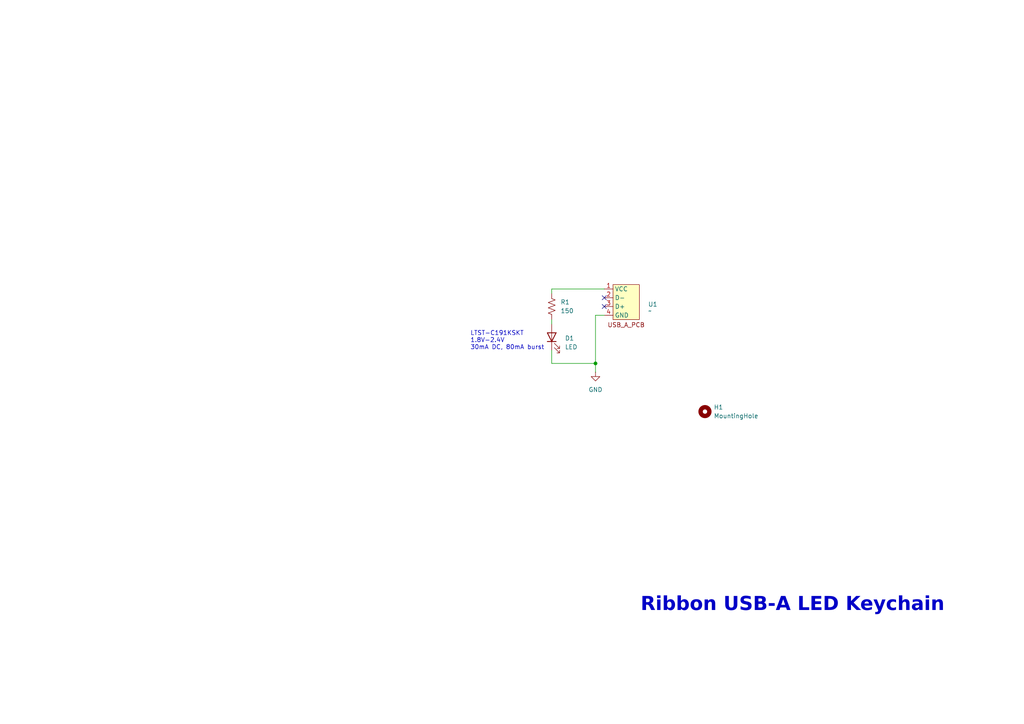
<source format=kicad_sch>
(kicad_sch (version 20250114) (generator "eeschema") (generator_version "9.0")
  (paper "A4")
  (title_block (title "Ribbon Keychain") (date "2025-06-14") (rev "v1.1"))
  (lib_symbols
    (symbol "Connector:USB_A_PCB"
      (property "Reference" "U" (at 0 6.35 0))
      (symbol "USB_A_PCB_1_0"
        (pin power_in line (at -6.35 3.81 0) (length 2.54) (name "VCC") (number "1"))
        (pin bidirectional line (at -6.35 1.27 0) (length 2.54) (name "D-") (number "2"))
        (pin bidirectional line (at -6.35 -1.27 0) (length 2.54) (name "D+") (number "3"))
        (pin output line (at -6.35 -3.81 0) (length 2.54) (name "GND") (number "4"))
      )
      (symbol "USB_A_PCB_1_1"
        (rectangle (start -3.81 5.08) (end 3.81 -5.08) (fill (type color) (color 255 255 194 1)))
        (text "USB_A_PCB" (at 0 -6.604 0) (effects (font (size 1.27 1.27))))
      )
    )
    (symbol "Device:LED" (pin_numbers (hide yes)) (pin_names (offset 1.016) (hide yes))
      (property "Reference" "D" (at 0 2.54 0))
      (property "Value" "LED" (at 0 -2.54 0))
      (symbol "LED_0_1"
        (polyline (pts (xy -3.048 -0.762) (xy -4.572 -2.286) (xy -3.81 -2.286) (xy -4.572 -2.286) (xy -4.572 -1.524)))
        (polyline (pts (xy -1.778 -0.762) (xy -3.302 -2.286) (xy -2.54 -2.286) (xy -3.302 -2.286) (xy -3.302 -1.524)))
        (polyline (pts (xy -1.27 0) (xy 1.27 0)))
        (polyline (pts (xy -1.27 -1.27) (xy -1.27 1.27)) (stroke (width 0.254)))
        (polyline (pts (xy 1.27 -1.27) (xy 1.27 1.27) (xy -1.27 0) (xy 1.27 -1.27)) (stroke (width 0.254)))
      )
      (symbol "LED_1_1"
        (pin passive line (at -3.81 0 0) (length 2.54) (name "K") (number "1"))
        (pin passive line (at 3.81 0 180) (length 2.54) (name "A") (number "2"))
      )
    )
    (symbol "Device:R_US" (pin_numbers (hide yes)) (pin_names (offset 0))
      (property "Reference" "R" (at 2.54 0 90))
      (property "Value" "R_US" (at -2.54 0 90))
      (symbol "R_US_0_1"
        (polyline (pts (xy 0 2.286) (xy 0 2.54)))
        (polyline (pts (xy 0 2.286) (xy 1.016 1.905) (xy 0 1.524) (xy -1.016 1.143) (xy 0 0.762)))
        (polyline (pts (xy 0 0.762) (xy 1.016 0.381) (xy 0 0) (xy -1.016 -0.381) (xy 0 -0.762)))
        (polyline (pts (xy 0 -0.762) (xy 1.016 -1.143) (xy 0 -1.524) (xy -1.016 -1.905) (xy 0 -2.286)))
        (polyline (pts (xy 0 -2.286) (xy 0 -2.54)))
      )
      (symbol "R_US_1_1"
        (pin passive line (at 0 3.81 270) (length 1.27) (name "~") (number "1"))
        (pin passive line (at 0 -3.81 90) (length 1.27) (name "~") (number "2"))
      )
    )
    (symbol "Mechanical:MountingHole" (pin_names (offset 1.016)) (in_bom no)
      (property "Reference" "H" (at 0 5.08 0))
      (property "Value" "MountingHole" (at 0 3.175 0))
      (symbol "MountingHole_0_1"
        (circle (center 0 0) (radius 1.27) (stroke (width 1.27)))
      )
    )
    (symbol "power:GND" (power) (pin_numbers (hide yes)) (pin_names (offset 0) (hide yes))
      (property "Value" "GND" (at 0 -3.81 0))
      (symbol "GND_0_1"
        (polyline (pts (xy 0 0) (xy 0 -1.27) (xy 1.27 -1.27) (xy 0 -2.54) (xy -1.27 -1.27) (xy 0 -1.27)))
      )
      (symbol "GND_1_1"
        (pin power_in line (at 0 0 270) (length 0) (name "~") (number "1"))
      )
    )
  )
  (text "LTST-C191KSKT \n1.8V-2.4V\n30mA DC, 80mA burst" (at 136.398 98.806 0) (effects (font (size 1.27 1.27)) (justify left)))
  (text "Ribbon USB-A LED Keychain" (at 229.87 176.53 0) (effects (font (size 4 4))))
  (junction (at 172.72 105.41))
  (no_connect (at 175.26 86.36))
  (no_connect (at 175.26 88.9))
  (wire (pts (xy 160.02 101.6) (xy 160.02 105.41)))
  (wire (pts (xy 160.02 105.41) (xy 172.72 105.41)))
  (wire (pts (xy 160.02 83.82) (xy 175.26 83.82)))
  (wire (pts (xy 172.72 105.41) (xy 172.72 107.95)))
  (wire (pts (xy 175.26 91.44) (xy 172.72 91.44)))
  (wire (pts (xy 160.02 92.71) (xy 160.02 93.98)))
  (wire (pts (xy 172.72 91.44) (xy 172.72 105.41)))
  (wire (pts (xy 160.02 83.82) (xy 160.02 85.09)))
  (symbol (lib_id "Device:LED") (at 160.02 97.79 90) (unit 1)
    (property "Reference" "D1" (at 163.83 98.1074 90) (effects (justify right)))
    (property "Value" "LED" (at 163.83 100.6474 90) (effects (justify right)))
    (property "Footprint" "LED_SMD:LED_0402_1005Metric_Pad0.77x0.64mm_HandSolder" (effects (hide yes)))
    (property "Description" "Light emitting diode" (effects (hide yes)))
    (property "Sim.Pins" "1=K 2=A" (effects (hide yes)))
  )
  (symbol (lib_id "Connector:USB_A_PCB") (at 181.61 87.63 0) (unit 1)
    (property "Reference" "U1" (at 187.96 88.2677 0) (effects (justify left)))
    (property "Value" "~" (at 187.96 90.1728 0) (effects (justify left)))
    (property "Footprint" "Connector_USB:USB_A_PCB" (effects (hide yes)))
  )
  (symbol (lib_id "Mechanical:MountingHole") (at 204.47 119.38 0) (unit 1) (in_bom no)
    (property "Reference" "H1" (at 207.01 118.1099 0) (effects (justify left)))
    (property "Value" "MountingHole" (at 207.01 120.6499 0) (effects (justify left)))
    (property "Footprint" "MountingHole:MountingHole_2.1mm" (effects (hide yes)))
    (property "Description" "Mounting Hole without connection" (effects (hide yes)))
  )
  (symbol (lib_id "power:GND") (at 172.72 107.95 0) (unit 1)
    (property "Reference" "#PWR01" (effects (hide yes)))
    (property "Value" "GND" (at 172.72 113.03 0))
    (property "Description" "Power symbol creates a global label with name \"GND\" , ground" (effects (hide yes)))
  )
  (symbol (lib_id "Device:R_US") (at 160.02 88.9 0) (unit 1)
    (property "Reference" "R1" (at 162.56 87.6299 0) (effects (justify left)))
    (property "Value" "150" (at 162.56 90.1699 0) (effects (justify left)))
    (property "Footprint" "Resistor_SMD:R_0603_1608Metric" (effects (hide yes)))
    (property "Description" "Resistor, US symbol" (effects (hide yes)))
  )
)
</source>
